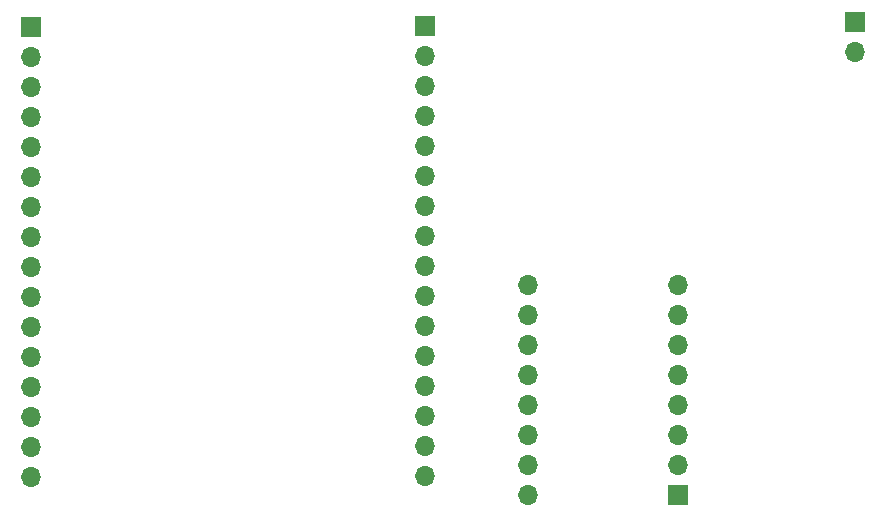
<source format=gbr>
G04 #@! TF.GenerationSoftware,KiCad,Pcbnew,(5.1.12-1-10_14)*
G04 #@! TF.CreationDate,2021-12-17T20:41:21-05:00*
G04 #@! TF.ProjectId,ClonedESP32DevBoard,436c6f6e-6564-4455-9350-333244657642,rev?*
G04 #@! TF.SameCoordinates,Original*
G04 #@! TF.FileFunction,Soldermask,Bot*
G04 #@! TF.FilePolarity,Negative*
%FSLAX46Y46*%
G04 Gerber Fmt 4.6, Leading zero omitted, Abs format (unit mm)*
G04 Created by KiCad (PCBNEW (5.1.12-1-10_14)) date 2021-12-17 20:41:21*
%MOMM*%
%LPD*%
G01*
G04 APERTURE LIST*
%ADD10O,1.700000X1.700000*%
%ADD11R,1.700000X1.700000*%
G04 APERTURE END LIST*
D10*
G04 #@! TO.C,BT1*
X111843800Y-104167700D03*
D11*
X111843800Y-101627700D03*
G04 #@! TD*
D10*
G04 #@! TO.C,J4*
X75433800Y-140087700D03*
X75433800Y-137547700D03*
X75433800Y-135007700D03*
X75433800Y-132467700D03*
X75433800Y-129927700D03*
X75433800Y-127387700D03*
X75433800Y-124847700D03*
X75433800Y-122307700D03*
X75433800Y-119767700D03*
X75433800Y-117227700D03*
X75433800Y-114687700D03*
X75433800Y-112147700D03*
X75433800Y-109607700D03*
X75433800Y-107067700D03*
X75433800Y-104527700D03*
D11*
X75433800Y-101987700D03*
G04 #@! TD*
D10*
G04 #@! TO.C,J3*
X42113800Y-140167700D03*
X42113800Y-137627700D03*
X42113800Y-135087700D03*
X42113800Y-132547700D03*
X42113800Y-130007700D03*
X42113800Y-127467700D03*
X42113800Y-124927700D03*
X42113800Y-122387700D03*
X42113800Y-119847700D03*
X42113800Y-117307700D03*
X42113800Y-114767700D03*
X42113800Y-112227700D03*
X42113800Y-109687700D03*
X42113800Y-107147700D03*
X42113800Y-104607700D03*
D11*
X42113800Y-102067700D03*
G04 #@! TD*
D10*
G04 #@! TO.C,J1*
X84143800Y-123847700D03*
X96843800Y-123847700D03*
X84143800Y-126387700D03*
X96843800Y-126387700D03*
X84143800Y-128927700D03*
X96843800Y-128927700D03*
X84143800Y-131467700D03*
X96843800Y-131467700D03*
X84143800Y-134007700D03*
X96843800Y-134007700D03*
X84143800Y-136547700D03*
X96843800Y-136547700D03*
X84143800Y-139087700D03*
X96843800Y-139087700D03*
X84143800Y-141627700D03*
D11*
X96843800Y-141627700D03*
G04 #@! TD*
M02*

</source>
